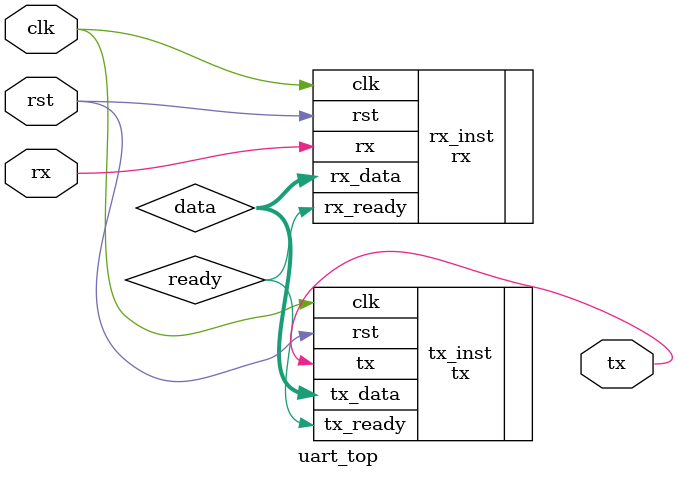
<source format=v>
/**
 * @brief UART顶层模块
 */
module uart_top(clk, rst, rx, tx);
    input wire clk;
    input wire rst;
    input wire rx; // 接收数据输入
    output wire tx; // 发射数据输入

    wire[7:0] data; // 发送数据输出
    wire ready; // 发送准备好标志

    // 实例化接收模块
    rx rx_inst (
        .clk(clk),
        .rst(rst),
        .rx(rx), // 连接发送模块的输出
        .rx_data(data),
        .rx_ready(ready)
    );

    // 实例化发送模块
    tx tx_inst (
        .clk(clk),
        .rst(rst),
        .tx(tx),
        .tx_data(data),
        .tx_ready(ready)
    );
endmodule

</source>
